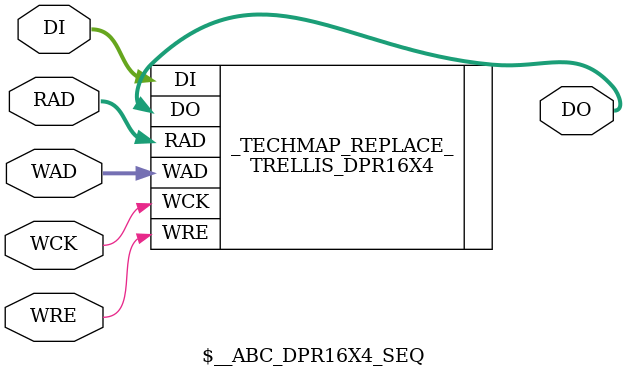
<source format=v>

module \$__ABC_DPR16X4_COMB (input [3:0] A, S, output [3:0] Y);
    assign Y = A;
endmodule

module \$__ABC_DPR16X4_SEQ (
	input  [3:0] DI,
	input  [3:0] WAD,
	input        WRE,
	input        WCK,
	input  [3:0] RAD,
	output [3:0] DO
);
	parameter WCKMUX = "WCK";
	parameter WREMUX = "WRE";
	parameter [63:0] INITVAL = 64'h0000000000000000;

    TRELLIS_DPR16X4 #(
      .WCKMUX(WCKMUX), .WREMUX(WREMUX), .INITVAL(INITVAL)
    ) _TECHMAP_REPLACE_ (
      .DI(DI), .WAD(WAD), .WRE(WRE), .WCK(WCK),
      .RAD(RAD), .DO(DO)
    );
endmodule

</source>
